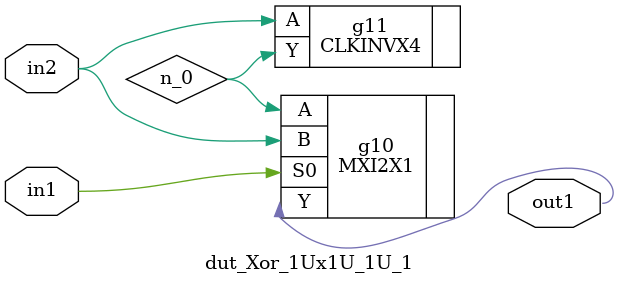
<source format=v>
`timescale 1ps / 1ps


module dut_Xor_1Ux1U_1U_1(in2, in1, out1);
  input in2, in1;
  output out1;
  wire in2, in1;
  wire out1;
  wire n_0;
  MXI2X1 g10(.A (n_0), .B (in2), .S0 (in1), .Y (out1));
  CLKINVX4 g11(.A (in2), .Y (n_0));
endmodule



</source>
